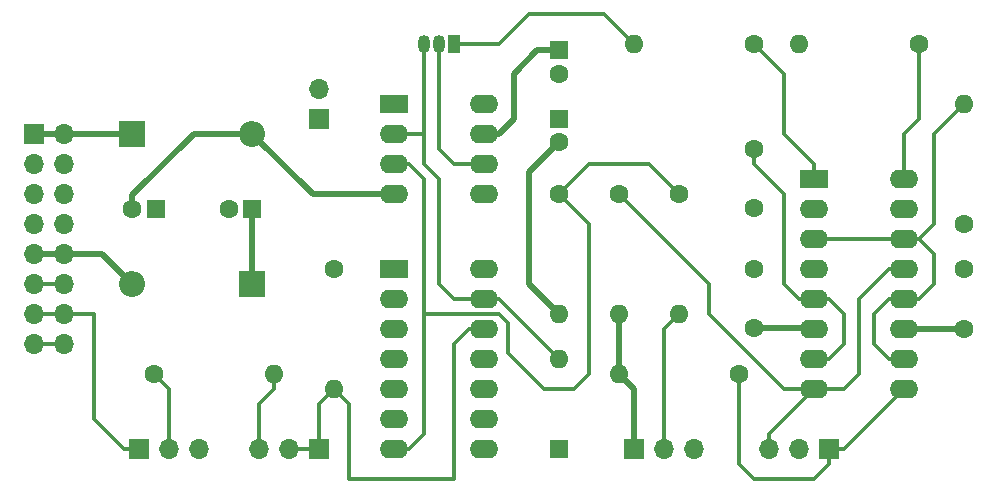
<source format=gbr>
%TF.GenerationSoftware,KiCad,Pcbnew,7.0.1-0*%
%TF.CreationDate,2023-04-22T10:39:49-04:00*%
%TF.ProjectId,Penford VCO,50656e66-6f72-4642-9056-434f2e6b6963,rev?*%
%TF.SameCoordinates,Original*%
%TF.FileFunction,Copper,L1,Top*%
%TF.FilePolarity,Positive*%
%FSLAX46Y46*%
G04 Gerber Fmt 4.6, Leading zero omitted, Abs format (unit mm)*
G04 Created by KiCad (PCBNEW 7.0.1-0) date 2023-04-22 10:39:49*
%MOMM*%
%LPD*%
G01*
G04 APERTURE LIST*
%TA.AperFunction,ComponentPad*%
%ADD10R,1.700000X1.700000*%
%TD*%
%TA.AperFunction,ComponentPad*%
%ADD11O,1.700000X1.700000*%
%TD*%
%TA.AperFunction,ComponentPad*%
%ADD12R,2.400000X1.600000*%
%TD*%
%TA.AperFunction,ComponentPad*%
%ADD13O,2.400000X1.600000*%
%TD*%
%TA.AperFunction,ComponentPad*%
%ADD14C,1.600000*%
%TD*%
%TA.AperFunction,ComponentPad*%
%ADD15O,1.600000X1.600000*%
%TD*%
%TA.AperFunction,ComponentPad*%
%ADD16R,1.600000X1.600000*%
%TD*%
%TA.AperFunction,ComponentPad*%
%ADD17R,1.050000X1.500000*%
%TD*%
%TA.AperFunction,ComponentPad*%
%ADD18O,1.050000X1.500000*%
%TD*%
%TA.AperFunction,ComponentPad*%
%ADD19R,2.200000X2.200000*%
%TD*%
%TA.AperFunction,ComponentPad*%
%ADD20O,2.200000X2.200000*%
%TD*%
%TA.AperFunction,Conductor*%
%ADD21C,0.300000*%
%TD*%
%TA.AperFunction,Conductor*%
%ADD22C,0.500000*%
%TD*%
G04 APERTURE END LIST*
D10*
%TO.P,J4,1,Pin_1*%
%TO.N,GND*%
X142240000Y-73660000D03*
D11*
%TO.P,J4,2,Pin_2*%
X142240000Y-71120000D03*
%TD*%
D12*
%TO.P,U3,1,NULL*%
%TO.N,unconnected-(U3-NULL-Pad1)*%
X148600000Y-72400000D03*
D13*
%TO.P,U3,2,-*%
%TO.N,Net-(D1-A)*%
X148600000Y-74940000D03*
%TO.P,U3,3,+*%
%TO.N,Net-(U2C-E3)*%
X148600000Y-77480000D03*
%TO.P,U3,4,V-*%
%TO.N,-12V*%
X148600000Y-80020000D03*
%TO.P,U3,5,NULL*%
%TO.N,unconnected-(U3-NULL-Pad5)*%
X156220000Y-80020000D03*
%TO.P,U3,6*%
%TO.N,Net-(Q1-B)*%
X156220000Y-77480000D03*
%TO.P,U3,7,V+*%
%TO.N,+12V*%
X156220000Y-74940000D03*
%TO.P,U3,8,NC*%
%TO.N,unconnected-(U3-NC-Pad8)*%
X156220000Y-72400000D03*
%TD*%
D14*
%TO.P,R4,1*%
%TO.N,Net-(U2C-E3)*%
X172720000Y-80010000D03*
D15*
%TO.P,R4,2*%
%TO.N,Net-(R4-Pad2)*%
X172720000Y-90170000D03*
%TD*%
D14*
%TO.P,R8,1*%
%TO.N,Net-(R8-Pad1)*%
X193040000Y-67310000D03*
D15*
%TO.P,R8,2*%
%TO.N,+12V*%
X182880000Y-67310000D03*
%TD*%
D14*
%TO.P,C2,1*%
%TO.N,GND*%
X179055000Y-86400000D03*
%TO.P,C2,2*%
%TO.N,-12V*%
X179055000Y-91400000D03*
%TD*%
D16*
%TO.P,C4,1*%
%TO.N,GND*%
X162560000Y-73660000D03*
D14*
%TO.P,C4,2*%
%TO.N,-12V*%
X162560000Y-75660000D03*
%TD*%
%TO.P,R2,1*%
%TO.N,GND*%
X143510000Y-86360000D03*
D15*
%TO.P,R2,2*%
%TO.N,Net-(U2E-B5)*%
X143510000Y-96520000D03*
%TD*%
D12*
%TO.P,U2,1*%
%TO.N,N/C*%
X148590000Y-86360000D03*
D13*
%TO.P,U2,2*%
X148590000Y-88900000D03*
%TO.P,U2,3*%
X148590000Y-91440000D03*
%TO.P,U2,4*%
X148590000Y-93980000D03*
%TO.P,U2,5*%
X148590000Y-96520000D03*
%TO.P,U2,6,B3*%
%TO.N,GND*%
X148590000Y-99060000D03*
%TO.P,U2,7,E3*%
%TO.N,Net-(U2C-E3)*%
X148590000Y-101600000D03*
%TO.P,U2,8,C3*%
%TO.N,GND*%
X156210000Y-101600000D03*
%TO.P,U2,9*%
%TO.N,N/C*%
X156210000Y-99060000D03*
%TO.P,U2,10*%
X156210000Y-96520000D03*
%TO.P,U2,11*%
X156210000Y-93980000D03*
%TO.P,U2,12,B5*%
%TO.N,Net-(U2E-B5)*%
X156210000Y-91440000D03*
%TO.P,U2,13,E5*%
%TO.N,Net-(D1-A)*%
X156210000Y-88900000D03*
%TO.P,U2,14,C5*%
%TO.N,GND*%
X156210000Y-86360000D03*
%TD*%
D10*
%TO.P,SW1,1,A*%
%TO.N,CV Bus*%
X127000000Y-101600000D03*
D11*
%TO.P,SW1,2,B*%
%TO.N,Net-(SW1-B)*%
X129540000Y-101600000D03*
%TO.P,SW1,3,C*%
%TO.N,Net-(SW1-C)*%
X132080000Y-101600000D03*
%TD*%
D10*
%TO.P,RV1,1,1*%
%TO.N,Net-(U2E-B5)*%
X142225000Y-101600000D03*
D11*
%TO.P,RV1,2,2*%
X139685000Y-101600000D03*
%TO.P,RV1,3,3*%
%TO.N,Net-(R1-Pad2)*%
X137145000Y-101600000D03*
%TD*%
D10*
%TO.P,RV2,1,1*%
%TO.N,-12V*%
X168910000Y-101600000D03*
D11*
%TO.P,RV2,2,2*%
%TO.N,Net-(R4-Pad2)*%
X171450000Y-101600000D03*
%TO.P,RV2,3,3*%
%TO.N,GND*%
X173990000Y-101600000D03*
%TD*%
D12*
%TO.P,U1,1*%
%TO.N,Net-(R6-Pad1)*%
X184150000Y-78740000D03*
D13*
%TO.P,U1,2,DIODE_BIAS*%
%TO.N,unconnected-(U1C-DIODE_BIAS-Pad2)*%
X184150000Y-81280000D03*
%TO.P,U1,3,+*%
%TO.N,1*%
X184150000Y-83820000D03*
%TO.P,U1,4,-*%
%TO.N,GND*%
X184150000Y-86360000D03*
%TO.P,U1,5*%
%TO.N,Net-(C5-Pad1)*%
X184150000Y-88900000D03*
%TO.P,U1,6,V-*%
%TO.N,-12V*%
X184150000Y-91440000D03*
%TO.P,U1,7*%
%TO.N,Net-(C5-Pad1)*%
X184150000Y-93980000D03*
%TO.P,U1,8*%
%TO.N,Net-(SW2-C)*%
X184150000Y-96520000D03*
%TO.P,U1,9*%
%TO.N,Net-(SW2-A)*%
X191770000Y-96520000D03*
%TO.P,U1,10*%
%TO.N,1*%
X191770000Y-93980000D03*
%TO.P,U1,11,V+*%
%TO.N,+12V*%
X191770000Y-91440000D03*
%TO.P,U1,12*%
%TO.N,1*%
X191770000Y-88900000D03*
%TO.P,U1,13,-*%
%TO.N,Net-(SW2-C)*%
X191770000Y-86360000D03*
%TO.P,U1,14,+*%
%TO.N,1*%
X191770000Y-83820000D03*
%TO.P,U1,15,DIODE_BIAS*%
%TO.N,unconnected-(U1A-DIODE_BIAS-Pad15)*%
X191770000Y-81280000D03*
%TO.P,U1,16*%
%TO.N,Net-(R8-Pad1)*%
X191770000Y-78740000D03*
%TD*%
D17*
%TO.P,Q1,1,C*%
%TO.N,2*%
X153670000Y-67310000D03*
D18*
%TO.P,Q1,2,B*%
%TO.N,Net-(Q1-B)*%
X152400000Y-67310000D03*
%TO.P,Q1,3,E*%
%TO.N,Net-(D1-A)*%
X151130000Y-67310000D03*
%TD*%
D14*
%TO.P,R5,1*%
%TO.N,GND*%
X196850000Y-82550000D03*
D15*
%TO.P,R5,2*%
%TO.N,1*%
X196850000Y-72390000D03*
%TD*%
D14*
%TO.P,R7,1*%
%TO.N,Net-(SW2-C)*%
X167640000Y-80010000D03*
D15*
%TO.P,R7,2*%
%TO.N,-12V*%
X167640000Y-90170000D03*
%TD*%
D14*
%TO.P,R1,1*%
%TO.N,Net-(SW1-B)*%
X128270000Y-95250000D03*
D15*
%TO.P,R1,2*%
%TO.N,Net-(R1-Pad2)*%
X138430000Y-95250000D03*
%TD*%
D16*
%TO.P,D1,1,K*%
%TO.N,GND*%
X162560000Y-101600000D03*
D15*
%TO.P,D1,2,A*%
%TO.N,Net-(D1-A)*%
X162560000Y-93980000D03*
%TD*%
D16*
%TO.P,C7,1*%
%TO.N,GND*%
X128460000Y-81280000D03*
D14*
%TO.P,C7,2*%
%TO.N,-12V*%
X126460000Y-81280000D03*
%TD*%
D10*
%TO.P,SW2,1,A*%
%TO.N,Net-(SW2-A)*%
X185405000Y-101600000D03*
D11*
%TO.P,SW2,2,B*%
%TO.N,4*%
X182865000Y-101600000D03*
%TO.P,SW2,3,C*%
%TO.N,Net-(SW2-C)*%
X180325000Y-101600000D03*
%TD*%
D16*
%TO.P,C3,1*%
%TO.N,+12V*%
X162560000Y-67850000D03*
D14*
%TO.P,C3,2*%
%TO.N,GND*%
X162560000Y-69850000D03*
%TD*%
D16*
%TO.P,C6,1*%
%TO.N,+12V*%
X136620000Y-81280000D03*
D14*
%TO.P,C6,2*%
%TO.N,GND*%
X134620000Y-81280000D03*
%TD*%
D19*
%TO.P,D2,1,K*%
%TO.N,+12V*%
X136620000Y-87630000D03*
D20*
%TO.P,D2,2,A*%
%TO.N,Net-(D2-A)*%
X126460000Y-87630000D03*
%TD*%
D14*
%TO.P,R3,1*%
%TO.N,Net-(U2C-E3)*%
X162560000Y-80010000D03*
D15*
%TO.P,R3,2*%
%TO.N,-12V*%
X162560000Y-90170000D03*
%TD*%
D10*
%TO.P,J1,1,Pin_1*%
%TO.N,Net-(D3-K)*%
X118110000Y-74930000D03*
D11*
%TO.P,J1,2,Pin_2*%
X120650000Y-74930000D03*
%TO.P,J1,3,Pin_3*%
%TO.N,GND*%
X118110000Y-77470000D03*
%TO.P,J1,4,Pin_4*%
X120650000Y-77470000D03*
%TO.P,J1,5,Pin_5*%
X118110000Y-80010000D03*
%TO.P,J1,6,Pin_6*%
X120650000Y-80010000D03*
%TO.P,J1,7,Pin_7*%
X118110000Y-82550000D03*
%TO.P,J1,8,Pin_8*%
X120650000Y-82550000D03*
%TO.P,J1,9,Pin_9*%
%TO.N,Net-(D2-A)*%
X118110000Y-85090000D03*
%TO.P,J1,10,Pin_10*%
X120650000Y-85090000D03*
%TO.P,J1,11,Pin_11*%
%TO.N,+5V*%
X118110000Y-87630000D03*
%TO.P,J1,12,Pin_12*%
X120650000Y-87630000D03*
%TO.P,J1,13,Pin_13*%
%TO.N,CV Bus*%
X118110000Y-90170000D03*
%TO.P,J1,14,Pin_14*%
X120650000Y-90170000D03*
%TO.P,J1,15,Pin_15*%
%TO.N,Gate Bus*%
X118110000Y-92710000D03*
%TO.P,J1,16,Pin_16*%
X120650000Y-92710000D03*
%TD*%
D19*
%TO.P,D3,1,K*%
%TO.N,Net-(D3-K)*%
X126460000Y-74930000D03*
D20*
%TO.P,D3,2,A*%
%TO.N,-12V*%
X136620000Y-74930000D03*
%TD*%
D14*
%TO.P,C5,1*%
%TO.N,Net-(C5-Pad1)*%
X179070000Y-76200000D03*
%TO.P,C5,2*%
%TO.N,GND*%
X179070000Y-81200000D03*
%TD*%
%TO.P,R6,1*%
%TO.N,Net-(R6-Pad1)*%
X179070000Y-67310000D03*
D15*
%TO.P,R6,2*%
%TO.N,2*%
X168910000Y-67310000D03*
%TD*%
D14*
%TO.P,R9,1*%
%TO.N,Net-(SW2-A)*%
X177800000Y-95250000D03*
D15*
%TO.P,R9,2*%
%TO.N,-12V*%
X167640000Y-95250000D03*
%TD*%
D14*
%TO.P,C1,1*%
%TO.N,+12V*%
X196835000Y-91440000D03*
%TO.P,C1,2*%
%TO.N,GND*%
X196835000Y-86440000D03*
%TD*%
D21*
%TO.N,Gate Bus*%
X118110000Y-92710000D02*
X120650000Y-92710000D01*
%TO.N,+5V*%
X118110000Y-87630000D02*
X120650000Y-87630000D01*
D22*
%TO.N,-12V*%
X136620000Y-74930000D02*
X141710000Y-80020000D01*
X141710000Y-80020000D02*
X148600000Y-80020000D01*
%TO.N,+12V*%
X136620000Y-87630000D02*
X136620000Y-81280000D01*
%TO.N,-12V*%
X136620000Y-74930000D02*
X131678630Y-74930000D01*
X131678630Y-74930000D02*
X126460000Y-80148630D01*
X126460000Y-80148630D02*
X126460000Y-81280000D01*
%TO.N,Net-(D2-A)*%
X120650000Y-85090000D02*
X123920000Y-85090000D01*
X123920000Y-85090000D02*
X126460000Y-87630000D01*
%TO.N,Net-(D3-K)*%
X120650000Y-74930000D02*
X126460000Y-74930000D01*
%TO.N,+12V*%
X196835000Y-91440000D02*
X191770000Y-91440000D01*
%TO.N,-12V*%
X179055000Y-91400000D02*
X184110000Y-91400000D01*
X184110000Y-91400000D02*
X184150000Y-91440000D01*
X167640000Y-95250000D02*
X167640000Y-90170000D01*
X168910000Y-101600000D02*
X168910000Y-96520000D01*
X168910000Y-96520000D02*
X167640000Y-95250000D01*
X160020000Y-78200000D02*
X160020000Y-87630000D01*
X162560000Y-75660000D02*
X160020000Y-78200000D01*
X160020000Y-87630000D02*
X162560000Y-90170000D01*
%TO.N,+12V*%
X162560000Y-67850000D02*
X160750000Y-67850000D01*
X160750000Y-67850000D02*
X158750000Y-69850000D01*
X158750000Y-69850000D02*
X158750000Y-73660000D01*
X158750000Y-73660000D02*
X157470000Y-74940000D01*
X157470000Y-74940000D02*
X156220000Y-74940000D01*
%TO.N,Net-(D2-A)*%
X118110000Y-85090000D02*
X120650000Y-85090000D01*
%TO.N,Net-(D3-K)*%
X118110000Y-74930000D02*
X120650000Y-74930000D01*
D21*
%TO.N,Net-(U2C-E3)*%
X162560000Y-80010000D02*
X165100000Y-82550000D01*
X165100000Y-82550000D02*
X165100000Y-95250000D01*
X165100000Y-95250000D02*
X163830000Y-96520000D01*
X163830000Y-96520000D02*
X161290000Y-96520000D01*
X158250000Y-90940000D02*
X157480000Y-90170000D01*
X161290000Y-96520000D02*
X158250000Y-93480000D01*
X158250000Y-93480000D02*
X158250000Y-90940000D01*
X157480000Y-90170000D02*
X151130000Y-90170000D01*
%TO.N,Net-(D1-A)*%
X156210000Y-88900000D02*
X157480000Y-88900000D01*
X157480000Y-88900000D02*
X162560000Y-93980000D01*
%TO.N,Net-(U2C-E3)*%
X170180000Y-77470000D02*
X172720000Y-80010000D01*
%TO.N,2*%
X153670000Y-67310000D02*
X157480000Y-67310000D01*
X157480000Y-67310000D02*
X160020000Y-64770000D01*
X160020000Y-64770000D02*
X166370000Y-64770000D01*
X166370000Y-64770000D02*
X168910000Y-67310000D01*
%TO.N,Net-(U2E-B5)*%
X154940000Y-91440000D02*
X153670000Y-92710000D01*
X153670000Y-92710000D02*
X153670000Y-104140000D01*
X156210000Y-91440000D02*
X154940000Y-91440000D01*
X153670000Y-104140000D02*
X144780000Y-104140000D01*
X144780000Y-104140000D02*
X144780000Y-97790000D01*
X144780000Y-97790000D02*
X143510000Y-96520000D01*
%TO.N,Net-(R6-Pad1)*%
X181610000Y-74930000D02*
X181610000Y-69850000D01*
X184150000Y-78740000D02*
X184150000Y-77470000D01*
X184150000Y-77470000D02*
X181610000Y-74930000D01*
X181610000Y-69850000D02*
X179070000Y-67310000D01*
%TO.N,Net-(R8-Pad1)*%
X191770000Y-74930000D02*
X193040000Y-73660000D01*
X191770000Y-78740000D02*
X191770000Y-74930000D01*
X193040000Y-73660000D02*
X193040000Y-67310000D01*
%TO.N,1*%
X193040000Y-83820000D02*
X194310000Y-82550000D01*
X194310000Y-82550000D02*
X194310000Y-74930000D01*
X194310000Y-74930000D02*
X196850000Y-72390000D01*
X194310000Y-87630000D02*
X194310000Y-85090000D01*
X191770000Y-88900000D02*
X193040000Y-88900000D01*
X193040000Y-88900000D02*
X194310000Y-87630000D01*
X194310000Y-85090000D02*
X193040000Y-83820000D01*
X193040000Y-83820000D02*
X191770000Y-83820000D01*
X191770000Y-93980000D02*
X190500000Y-93980000D01*
X189230000Y-92710000D02*
X189230000Y-90170000D01*
X190500000Y-93980000D02*
X189230000Y-92710000D01*
X189230000Y-90170000D02*
X190500000Y-88900000D01*
X190500000Y-88900000D02*
X191770000Y-88900000D01*
X184150000Y-83820000D02*
X191770000Y-83820000D01*
%TO.N,Net-(SW2-C)*%
X187960000Y-95250000D02*
X187960000Y-88900000D01*
X190500000Y-86360000D02*
X191770000Y-86360000D01*
X184150000Y-96520000D02*
X186690000Y-96520000D01*
X186690000Y-96520000D02*
X187960000Y-95250000D01*
X187960000Y-88900000D02*
X190500000Y-86360000D01*
X175260000Y-90170000D02*
X175260000Y-87630000D01*
X184150000Y-96520000D02*
X181610000Y-96520000D01*
X181610000Y-96520000D02*
X175260000Y-90170000D01*
X175260000Y-87630000D02*
X167640000Y-80010000D01*
%TO.N,Net-(C5-Pad1)*%
X184150000Y-88900000D02*
X182880000Y-88900000D01*
X181610000Y-80010000D02*
X179070000Y-77470000D01*
X181610000Y-87630000D02*
X181610000Y-80010000D01*
X182880000Y-88900000D02*
X181610000Y-87630000D01*
X179070000Y-77470000D02*
X179070000Y-76200000D01*
X185420000Y-93980000D02*
X186690000Y-92710000D01*
X185420000Y-88900000D02*
X184150000Y-88900000D01*
X186690000Y-90170000D02*
X185420000Y-88900000D01*
X184150000Y-93980000D02*
X185420000Y-93980000D01*
X186690000Y-92710000D02*
X186690000Y-90170000D01*
%TO.N,Net-(SW2-A)*%
X185405000Y-101600000D02*
X186690000Y-101600000D01*
X186690000Y-101600000D02*
X191770000Y-96520000D01*
%TO.N,Net-(SW2-C)*%
X180325000Y-101600000D02*
X180325000Y-100345000D01*
X180325000Y-100345000D02*
X184150000Y-96520000D01*
%TO.N,Net-(SW2-A)*%
X179070000Y-104140000D02*
X184150000Y-104140000D01*
X177800000Y-95250000D02*
X177800000Y-102870000D01*
X177800000Y-102870000D02*
X179070000Y-104140000D01*
X184150000Y-104140000D02*
X185405000Y-102885000D01*
X185405000Y-102885000D02*
X185405000Y-101600000D01*
%TO.N,Net-(R4-Pad2)*%
X171450000Y-101600000D02*
X171450000Y-91440000D01*
X171450000Y-91440000D02*
X172720000Y-90170000D01*
%TO.N,Net-(Q1-B)*%
X153680000Y-77480000D02*
X152400000Y-76200000D01*
X156220000Y-77480000D02*
X153680000Y-77480000D01*
X152400000Y-76200000D02*
X152400000Y-67310000D01*
%TO.N,Net-(D1-A)*%
X152400000Y-87630000D02*
X152400000Y-78740000D01*
X153670000Y-88900000D02*
X152400000Y-87630000D01*
X152400000Y-78740000D02*
X151130000Y-77470000D01*
X151130000Y-77470000D02*
X151130000Y-74940000D01*
X151130000Y-74940000D02*
X148600000Y-74940000D01*
X151130000Y-67310000D02*
X151130000Y-74940000D01*
%TO.N,Net-(U2C-E3)*%
X148600000Y-77480000D02*
X149870000Y-77480000D01*
X151130000Y-100330000D02*
X151130000Y-78740000D01*
X148590000Y-101600000D02*
X149860000Y-101600000D01*
X149860000Y-101600000D02*
X151130000Y-100330000D01*
X151130000Y-78740000D02*
X149870000Y-77480000D01*
%TO.N,Net-(D1-A)*%
X156210000Y-88900000D02*
X153670000Y-88900000D01*
%TO.N,Net-(U2C-E3)*%
X162560000Y-80010000D02*
X165100000Y-77470000D01*
X165100000Y-77470000D02*
X170180000Y-77470000D01*
%TO.N,Net-(U2E-B5)*%
X142225000Y-101600000D02*
X142225000Y-97805000D01*
X142225000Y-97805000D02*
X143510000Y-96520000D01*
X139685000Y-101600000D02*
X142225000Y-101600000D01*
%TO.N,Net-(R1-Pad2)*%
X138430000Y-95250000D02*
X138430000Y-96520000D01*
X138430000Y-96520000D02*
X137145000Y-97805000D01*
X137145000Y-97805000D02*
X137145000Y-101600000D01*
%TO.N,Net-(SW1-B)*%
X129540000Y-101600000D02*
X129540000Y-96520000D01*
X129540000Y-96520000D02*
X128270000Y-95250000D01*
%TO.N,CV Bus*%
X123190000Y-99060000D02*
X125730000Y-101600000D01*
X123190000Y-90170000D02*
X123190000Y-99060000D01*
X120650000Y-90170000D02*
X123190000Y-90170000D01*
X125730000Y-101600000D02*
X127000000Y-101600000D01*
X118110000Y-90170000D02*
X120650000Y-90170000D01*
D22*
%TO.N,GND*%
X196835000Y-82565000D02*
X196850000Y-82550000D01*
X184110000Y-86400000D02*
X184150000Y-86360000D01*
%TO.N,Net-(D1-A)*%
X148600000Y-74940000D02*
X149000000Y-74940000D01*
%TD*%
M02*

</source>
